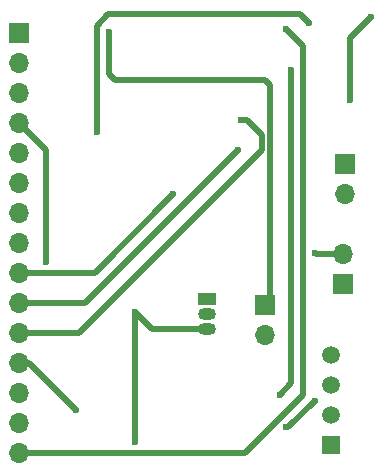
<source format=gbr>
%TF.GenerationSoftware,KiCad,Pcbnew,8.0.1*%
%TF.CreationDate,2024-05-28T12:59:40-03:00*%
%TF.ProjectId,ESP32C6-dev-board,45535033-3243-4362-9d64-65762d626f61,rev?*%
%TF.SameCoordinates,Original*%
%TF.FileFunction,Copper,L2,Bot*%
%TF.FilePolarity,Positive*%
%FSLAX46Y46*%
G04 Gerber Fmt 4.6, Leading zero omitted, Abs format (unit mm)*
G04 Created by KiCad (PCBNEW 8.0.1) date 2024-05-28 12:59:40*
%MOMM*%
%LPD*%
G01*
G04 APERTURE LIST*
%TA.AperFunction,ComponentPad*%
%ADD10R,1.700000X1.700000*%
%TD*%
%TA.AperFunction,ComponentPad*%
%ADD11O,1.700000X1.700000*%
%TD*%
%TA.AperFunction,ComponentPad*%
%ADD12R,1.500000X1.500000*%
%TD*%
%TA.AperFunction,ComponentPad*%
%ADD13C,1.500000*%
%TD*%
%TA.AperFunction,ComponentPad*%
%ADD14R,1.500000X1.050000*%
%TD*%
%TA.AperFunction,ComponentPad*%
%ADD15O,1.500000X1.050000*%
%TD*%
%TA.AperFunction,ViaPad*%
%ADD16C,0.600000*%
%TD*%
%TA.AperFunction,Conductor*%
%ADD17C,0.500000*%
%TD*%
G04 APERTURE END LIST*
D10*
%TO.P,J2,1,Pin_1*%
%TO.N,D0-A0*%
X144780000Y-103881000D03*
D11*
%TO.P,J2,2,Pin_2*%
%TO.N,Net-(J2-Pin_2)*%
X144780000Y-106421000D03*
%TD*%
D10*
%TO.P,J4,1,Pin_1*%
%TO.N,D4-SDA*%
X151500000Y-91975000D03*
D11*
%TO.P,J4,2,Pin_2*%
%TO.N,Net-(J4-Pin_2)*%
X151500000Y-94515000D03*
%TD*%
D12*
%TO.P,U4,1,VDD*%
%TO.N,3V3*%
X150368000Y-115790000D03*
D13*
%TO.P,U4,2,DATA*%
%TO.N,Net-(J3-Pin_1)*%
X150368000Y-113250000D03*
%TO.P,U4,3,NC*%
%TO.N,unconnected-(U4-NC-Pad3)*%
X150368000Y-110710000D03*
%TO.P,U4,4,GND*%
%TO.N,GND*%
X150368000Y-108170000D03*
%TD*%
D14*
%TO.P,U3,1,+V_{S}*%
%TO.N,3V3*%
X139848000Y-103378000D03*
D15*
%TO.P,U3,2,V_{OUT}*%
%TO.N,Net-(U3-V_{OUT})*%
X139848000Y-104648000D03*
%TO.P,U3,3,GND*%
%TO.N,GND*%
X139848000Y-105918000D03*
%TD*%
D10*
%TO.P,J1,1,Pin_1*%
%TO.N,D0-A0*%
X123952000Y-80840000D03*
D11*
%TO.P,J1,2,Pin_2*%
%TO.N,D1-A1*%
X123952000Y-83380000D03*
%TO.P,J1,3,Pin_3*%
%TO.N,D2-A2*%
X123952000Y-85920000D03*
%TO.P,J1,4,Pin_4*%
%TO.N,D3*%
X123952000Y-88460000D03*
%TO.P,J1,5,Pin_5*%
%TO.N,D4-SDA*%
X123952000Y-91000000D03*
%TO.P,J1,6,Pin_6*%
%TO.N,D5-SCL*%
X123952000Y-93540000D03*
%TO.P,J1,7,Pin_7*%
%TO.N,D6-TX*%
X123952000Y-96080000D03*
%TO.P,J1,8,Pin_8*%
%TO.N,D7-RX*%
X123952000Y-98620000D03*
%TO.P,J1,9,Pin_9*%
%TO.N,D8-SCK*%
X123952000Y-101160000D03*
%TO.P,J1,10,Pin_10*%
%TO.N,D9-MISO*%
X123952000Y-103700000D03*
%TO.P,J1,11,Pin_11*%
%TO.N,D10-MOSI*%
X123952000Y-106240000D03*
%TO.P,J1,12,Pin_12*%
%TO.N,3V3*%
X123952000Y-108780000D03*
%TO.P,J1,13,Pin_13*%
%TO.N,GND*%
X123952000Y-111320000D03*
%TO.P,J1,14,Pin_14*%
%TO.N,5V*%
X123952000Y-113860000D03*
%TO.P,J1,15,Pin_15*%
%TO.N,VIN*%
X123952000Y-116400000D03*
%TD*%
D10*
%TO.P,J3,1,Pin_1*%
%TO.N,Net-(J3-Pin_1)*%
X151384000Y-102108000D03*
D11*
%TO.P,J3,2,Pin_2*%
%TO.N,D3*%
X151384000Y-99568000D03*
%TD*%
D16*
%TO.N,GND*%
X153750000Y-79500000D03*
%TO.N,D3*%
X126250000Y-100250000D03*
X149000000Y-99500000D03*
%TO.N,3V3*%
X128750000Y-112750000D03*
%TO.N,D8-SCK*%
X137000000Y-94500000D03*
%TO.N,VIN*%
X146500000Y-80500000D03*
%TO.N,D4-SDA*%
X148500000Y-80000000D03*
X130500000Y-89250000D03*
%TO.N,D0-A0*%
X131572000Y-80772000D03*
%TO.N,D9-MISO*%
X142500000Y-90750000D03*
%TO.N,D10-MOSI*%
X142750000Y-88250000D03*
%TO.N,GND*%
X133750000Y-115500000D03*
X152000000Y-86500000D03*
X147000000Y-84000000D03*
X146500000Y-114250000D03*
X133750000Y-104500000D03*
X146000000Y-111500000D03*
X149000000Y-112000000D03*
%TD*%
D17*
%TO.N,GND*%
X152000000Y-81250000D02*
X153750000Y-79500000D01*
X152000000Y-86500000D02*
X152000000Y-81250000D01*
%TO.N,D4-SDA*%
X130500000Y-80250000D02*
X130500000Y-89250000D01*
X147750000Y-79250000D02*
X131500000Y-79250000D01*
X131500000Y-79250000D02*
X130500000Y-80250000D01*
X148500000Y-80000000D02*
X147750000Y-79250000D01*
%TO.N,D3*%
X126250000Y-90758000D02*
X123952000Y-88460000D01*
X151384000Y-99568000D02*
X149068000Y-99568000D01*
X149068000Y-99568000D02*
X149000000Y-99500000D01*
X126250000Y-100250000D02*
X126250000Y-90758000D01*
%TO.N,3V3*%
X124780000Y-108780000D02*
X128750000Y-112750000D01*
X123500000Y-108780000D02*
X124780000Y-108780000D01*
%TO.N,D8-SCK*%
X123952000Y-101160000D02*
X130340000Y-101160000D01*
X130340000Y-101160000D02*
X137000000Y-94500000D01*
%TO.N,VIN*%
X143100000Y-116400000D02*
X123500000Y-116400000D01*
X146500000Y-80500000D02*
X148000000Y-82000000D01*
X148000000Y-82000000D02*
X148000000Y-111500000D01*
X148000000Y-111500000D02*
X143100000Y-116400000D01*
%TO.N,D0-A0*%
X145200000Y-85256000D02*
X144780000Y-84836000D01*
X143764000Y-84836000D02*
X132080000Y-84836000D01*
X144780000Y-103881000D02*
X145200000Y-103461000D01*
X131572000Y-84328000D02*
X131572000Y-80772000D01*
X132080000Y-84836000D02*
X131572000Y-84328000D01*
X144780000Y-84836000D02*
X143764000Y-84836000D01*
X145200000Y-103461000D02*
X145200000Y-85256000D01*
%TO.N,D9-MISO*%
X142500000Y-90750000D02*
X129550000Y-103700000D01*
X129550000Y-103700000D02*
X123500000Y-103700000D01*
%TO.N,D10-MOSI*%
X144500000Y-90750000D02*
X144500000Y-89500000D01*
X144500000Y-89500000D02*
X143250000Y-88250000D01*
X123500000Y-106240000D02*
X129010000Y-106240000D01*
X129010000Y-106240000D02*
X144500000Y-90750000D01*
X143250000Y-88250000D02*
X142750000Y-88250000D01*
%TO.N,GND*%
X149000000Y-112000000D02*
X146750000Y-114250000D01*
X135168000Y-105918000D02*
X133750000Y-104500000D01*
X139848000Y-105918000D02*
X135168000Y-105918000D01*
X146750000Y-114250000D02*
X146500000Y-114250000D01*
X133750000Y-104500000D02*
X133750000Y-115500000D01*
X147000000Y-84000000D02*
X147000000Y-110500000D01*
X147000000Y-110500000D02*
X146000000Y-111500000D01*
%TD*%
M02*

</source>
